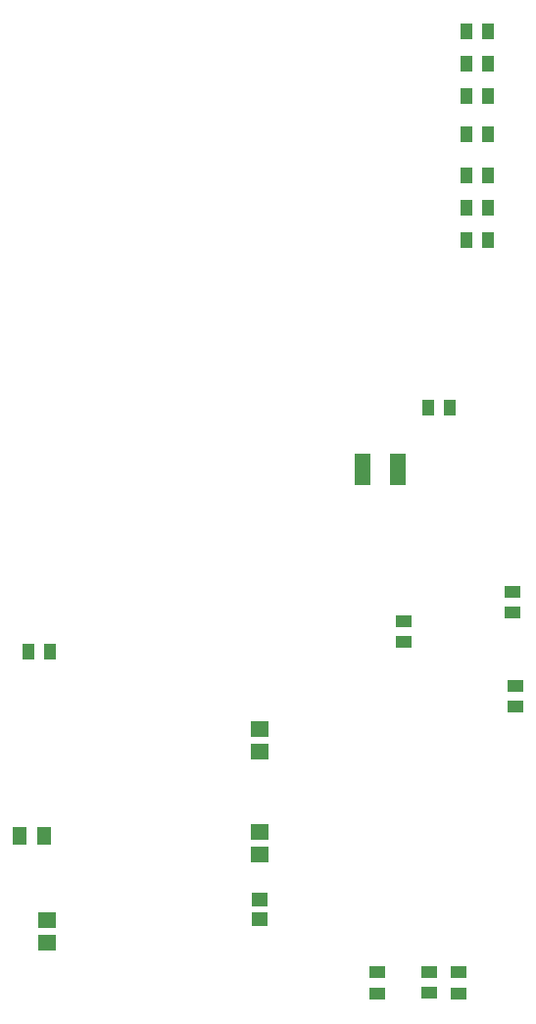
<source format=gtp>
G04 Layer_Color=7318015*
%FSLAX25Y25*%
%MOIN*%
G70*
G01*
G75*
%ADD10R,0.05709X0.11024*%
%ADD11R,0.05315X0.03937*%
%ADD12R,0.05500X0.04000*%
%ADD13R,0.05709X0.04528*%
%ADD14R,0.06102X0.05315*%
%ADD15R,0.05906X0.05512*%
%ADD16R,0.04921X0.06102*%
%ADD17R,0.04134X0.05709*%
%ADD18R,0.03937X0.05315*%
D10*
X267004Y327000D02*
D03*
X254996D02*
D03*
D11*
X269000Y275543D02*
D03*
Y268457D02*
D03*
X307000Y246457D02*
D03*
Y253543D02*
D03*
X277500Y148957D02*
D03*
Y156043D02*
D03*
X306000Y278457D02*
D03*
Y285543D02*
D03*
D12*
X287500Y156250D02*
D03*
Y148750D02*
D03*
X260000Y156250D02*
D03*
Y148750D02*
D03*
D13*
X220000Y174055D02*
D03*
Y180945D02*
D03*
D14*
Y203839D02*
D03*
Y196161D02*
D03*
D15*
X147500Y166260D02*
D03*
Y173740D02*
D03*
X220000Y238740D02*
D03*
Y231260D02*
D03*
D16*
X138465Y202500D02*
D03*
X146535D02*
D03*
D17*
X148642Y265000D02*
D03*
X141358D02*
D03*
D18*
X277457Y348000D02*
D03*
X284543D02*
D03*
X290457Y416000D02*
D03*
X297543D02*
D03*
X290457Y405000D02*
D03*
X297543D02*
D03*
Y465000D02*
D03*
X290457D02*
D03*
X290457Y427000D02*
D03*
X297543D02*
D03*
X290457Y441000D02*
D03*
X297543D02*
D03*
Y454000D02*
D03*
X290457D02*
D03*
X297543Y476000D02*
D03*
X290457D02*
D03*
M02*

</source>
